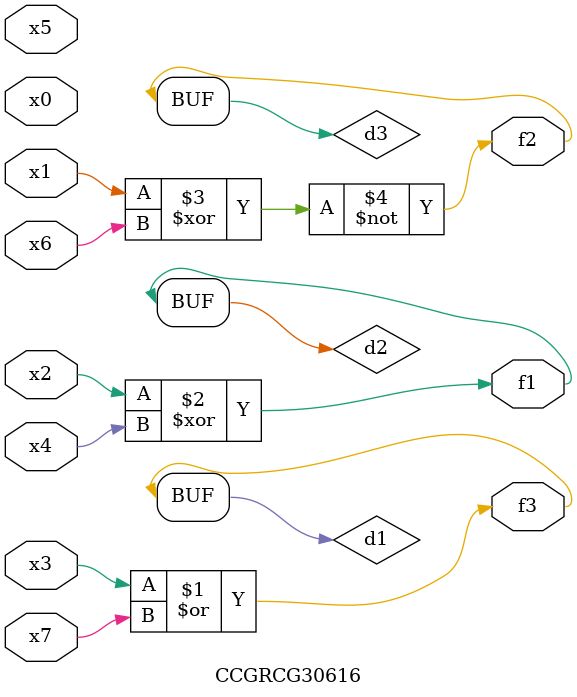
<source format=v>
module CCGRCG30616(
	input x0, x1, x2, x3, x4, x5, x6, x7,
	output f1, f2, f3
);

	wire d1, d2, d3;

	or (d1, x3, x7);
	xor (d2, x2, x4);
	xnor (d3, x1, x6);
	assign f1 = d2;
	assign f2 = d3;
	assign f3 = d1;
endmodule

</source>
